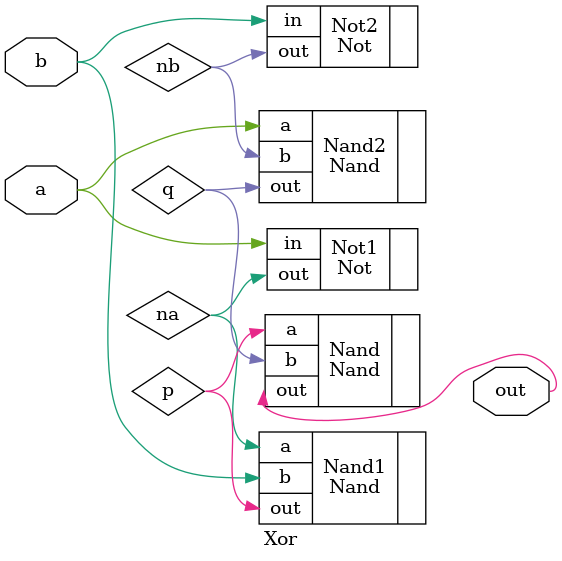
<source format=v>

module Xor (
  input wire a, b,
  output wire out
);

wire na, nb;
wire p, q;

Not Not1(.in(a), .out(na));
Not Not2(.in(b), .out(nb));

Nand Nand1(.a(na), .b(b), .out(p));
Nand Nand2(.a(a), .b(nb), .out(q));

Nand Nand(.a(p), .b(q), .out(out));

endmodule

</source>
